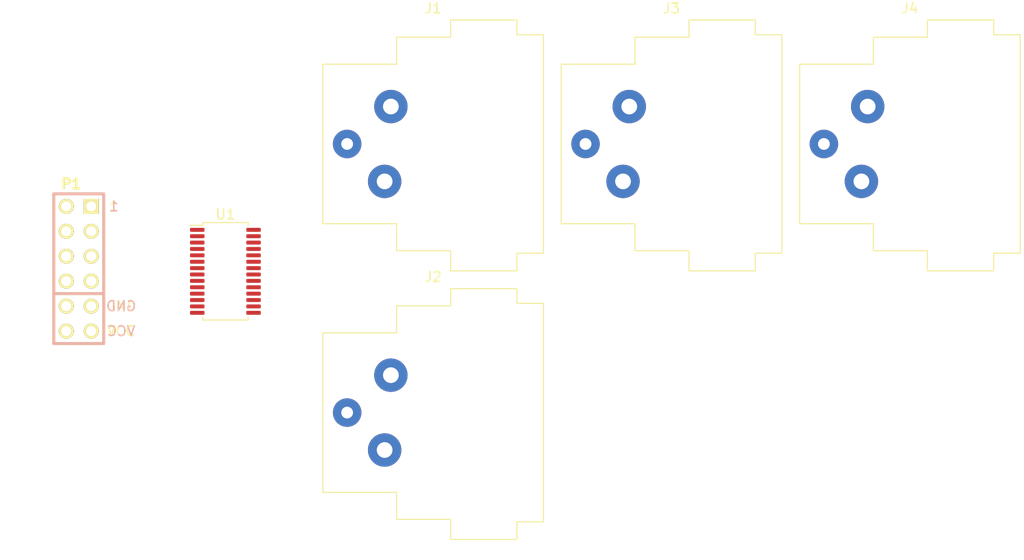
<source format=kicad_pcb>
(kicad_pcb (version 20171130) (host pcbnew "(5.1.6)-1")

  (general
    (thickness 1.6)
    (drawings 0)
    (tracks 0)
    (zones 0)
    (modules 6)
    (nets 34)
  )

  (page A4)
  (layers
    (0 F.Cu signal)
    (31 B.Cu signal)
    (32 B.Adhes user)
    (33 F.Adhes user)
    (34 B.Paste user)
    (35 F.Paste user)
    (36 B.SilkS user)
    (37 F.SilkS user)
    (38 B.Mask user)
    (39 F.Mask user)
    (40 Dwgs.User user)
    (41 Cmts.User user)
    (42 Eco1.User user)
    (43 Eco2.User user)
    (44 Edge.Cuts user)
    (45 Margin user)
    (46 B.CrtYd user)
    (47 F.CrtYd user)
    (48 B.Fab user)
    (49 F.Fab user)
  )

  (setup
    (last_trace_width 0.25)
    (trace_clearance 0.2)
    (zone_clearance 0.508)
    (zone_45_only no)
    (trace_min 0.2)
    (via_size 0.8)
    (via_drill 0.4)
    (via_min_size 0.4)
    (via_min_drill 0.3)
    (uvia_size 0.3)
    (uvia_drill 0.1)
    (uvias_allowed no)
    (uvia_min_size 0.2)
    (uvia_min_drill 0.1)
    (edge_width 0.05)
    (segment_width 0.2)
    (pcb_text_width 0.3)
    (pcb_text_size 1.5 1.5)
    (mod_edge_width 0.12)
    (mod_text_size 1 1)
    (mod_text_width 0.15)
    (pad_size 1.524 1.524)
    (pad_drill 0.762)
    (pad_to_mask_clearance 0.05)
    (aux_axis_origin 0 0)
    (visible_elements FFFFFF7F)
    (pcbplotparams
      (layerselection 0x010fc_ffffffff)
      (usegerberextensions false)
      (usegerberattributes true)
      (usegerberadvancedattributes true)
      (creategerberjobfile true)
      (excludeedgelayer true)
      (linewidth 0.100000)
      (plotframeref false)
      (viasonmask false)
      (mode 1)
      (useauxorigin false)
      (hpglpennumber 1)
      (hpglpenspeed 20)
      (hpglpendiameter 15.000000)
      (psnegative false)
      (psa4output false)
      (plotreference true)
      (plotvalue true)
      (plotinvisibletext false)
      (padsonsilk false)
      (subtractmaskfromsilk false)
      (outputformat 1)
      (mirror false)
      (drillshape 1)
      (scaleselection 1)
      (outputdirectory ""))
  )

  (net 0 "")
  (net 1 "Net-(P1-Pad12)")
  (net 2 "Net-(P1-Pad6)")
  (net 3 "Net-(P1-Pad11)")
  (net 4 "Net-(P1-Pad5)")
  (net 5 "Net-(P1-Pad10)")
  (net 6 "Net-(P1-Pad4)")
  (net 7 "Net-(P1-Pad9)")
  (net 8 "Net-(P1-Pad3)")
  (net 9 "Net-(P1-Pad8)")
  (net 10 "Net-(P1-Pad2)")
  (net 11 "Net-(P1-Pad7)")
  (net 12 "Net-(P1-Pad1)")
  (net 13 "Net-(U1-Pad28)")
  (net 14 "Net-(J2-Pad3)")
  (net 15 "Net-(J2-Pad2)")
  (net 16 "Net-(J1-Pad2)")
  (net 17 "Net-(J1-Pad3)")
  (net 18 "Net-(U1-Pad23)")
  (net 19 "Net-(U1-Pad22)")
  (net 20 GNDA)
  (net 21 "Net-(U1-Pad20)")
  (net 22 "Net-(J4-Pad3)")
  (net 23 "Net-(J4-Pad2)")
  (net 24 "Net-(J3-Pad2)")
  (net 25 "Net-(J3-Pad3)")
  (net 26 "Net-(U1-Pad15)")
  (net 27 "Net-(U1-Pad14)")
  (net 28 "Net-(U1-Pad13)")
  (net 29 "Net-(U1-Pad10)")
  (net 30 "Net-(U1-Pad9)")
  (net 31 GND)
  (net 32 "Net-(U1-Pad2)")
  (net 33 "Net-(U1-Pad1)")

  (net_class Default "This is the default net class."
    (clearance 0.2)
    (trace_width 0.25)
    (via_dia 0.8)
    (via_drill 0.4)
    (uvia_dia 0.3)
    (uvia_drill 0.1)
    (add_net GND)
    (add_net GNDA)
    (add_net "Net-(J1-Pad2)")
    (add_net "Net-(J1-Pad3)")
    (add_net "Net-(J2-Pad2)")
    (add_net "Net-(J2-Pad3)")
    (add_net "Net-(J3-Pad2)")
    (add_net "Net-(J3-Pad3)")
    (add_net "Net-(J4-Pad2)")
    (add_net "Net-(J4-Pad3)")
    (add_net "Net-(P1-Pad1)")
    (add_net "Net-(P1-Pad10)")
    (add_net "Net-(P1-Pad11)")
    (add_net "Net-(P1-Pad12)")
    (add_net "Net-(P1-Pad2)")
    (add_net "Net-(P1-Pad3)")
    (add_net "Net-(P1-Pad4)")
    (add_net "Net-(P1-Pad5)")
    (add_net "Net-(P1-Pad6)")
    (add_net "Net-(P1-Pad7)")
    (add_net "Net-(P1-Pad8)")
    (add_net "Net-(P1-Pad9)")
    (add_net "Net-(U1-Pad1)")
    (add_net "Net-(U1-Pad10)")
    (add_net "Net-(U1-Pad13)")
    (add_net "Net-(U1-Pad14)")
    (add_net "Net-(U1-Pad15)")
    (add_net "Net-(U1-Pad2)")
    (add_net "Net-(U1-Pad20)")
    (add_net "Net-(U1-Pad22)")
    (add_net "Net-(U1-Pad23)")
    (add_net "Net-(U1-Pad28)")
    (add_net "Net-(U1-Pad9)")
  )

  (module Connector_Audio:Jack_XLR_Neutrik_NC3FAH_Horizontal (layer F.Cu) (tedit 5E696EF9) (tstamp 5F690089)
    (at 222.49 100.33)
    (descr "A Series, 3 pole female XLR receptacle, grounding: without ground/shell contact, horizontal PCB mount, https://www.neutrik.com/en/product/nc3fah")
    (tags "neutrik xlr a")
    (path /5F68E89F)
    (fp_text reference J4 (at 4.3 -10) (layer F.SilkS)
      (effects (font (size 1 1) (thickness 0.15)))
    )
    (fp_text value XLR3_Ground (at 4.3 18) (layer F.Fab)
      (effects (font (size 1 1) (thickness 0.15)))
    )
    (fp_text user %R (at 10.35 3.81) (layer F.Fab)
      (effects (font (size 1 1) (thickness 0.15)))
    )
    (fp_line (start 15.4 14.81) (end 12.7 14.81) (layer F.Fab) (width 0.1))
    (fp_line (start 15.4 -7.19) (end 15.4 14.81) (layer F.Fab) (width 0.1))
    (fp_line (start 12.7 -7.19) (end 15.4 -7.19) (layer F.Fab) (width 0.1))
    (fp_line (start 6.2 -8.69) (end 12.7 -8.69) (layer F.Fab) (width 0.1))
    (fp_line (start 6.2 16.61) (end 6.2 -8.69) (layer F.Fab) (width 0.1))
    (fp_line (start 12.7 16.61) (end 6.2 16.61) (layer F.Fab) (width 0.1))
    (fp_line (start 12.7 -8.69) (end 12.7 16.61) (layer F.Fab) (width 0.1))
    (fp_line (start 12.7 -8.69) (end 12.7 16.61) (layer Dwgs.User) (width 0.1))
    (fp_line (start 12.82 16.73) (end 6.08 16.73) (layer F.SilkS) (width 0.12))
    (fp_line (start 12.82 -8.81) (end 6.08 -8.81) (layer F.SilkS) (width 0.12))
    (fp_line (start 6.08 -7.06) (end 6.08 -8.81) (layer F.SilkS) (width 0.12))
    (fp_line (start 6.08 16.73) (end 6.08 14.68) (layer F.SilkS) (width 0.12))
    (fp_line (start 12.82 -7.31) (end 15.52 -7.31) (layer F.SilkS) (width 0.12))
    (fp_line (start 12.82 14.93) (end 15.52 14.93) (layer F.SilkS) (width 0.12))
    (fp_line (start 12.82 14.93) (end 12.82 16.73) (layer F.SilkS) (width 0.12))
    (fp_line (start 12.82 -8.81) (end 12.82 -7.31) (layer F.SilkS) (width 0.12))
    (fp_line (start 15.52 -7.31) (end 15.52 14.93) (layer F.SilkS) (width 0.12))
    (fp_line (start 15.9 17.11) (end -7.3 17.11) (layer F.CrtYd) (width 0.05))
    (fp_line (start 15.9 -9.19) (end -7.3 -9.19) (layer F.CrtYd) (width 0.05))
    (fp_line (start -7.3 -9.19) (end -7.3 17.11) (layer F.CrtYd) (width 0.05))
    (fp_line (start 15.9 -9.19) (end 15.9 17.11) (layer F.CrtYd) (width 0.05))
    (fp_line (start 0.58 -4.31) (end -6.92 -4.31) (layer F.SilkS) (width 0.12))
    (fp_line (start 6.2 -6.94) (end 0.7 -6.94) (layer F.Fab) (width 0.1))
    (fp_line (start 0.7 -4.19) (end -6.8 -4.19) (layer F.Fab) (width 0.1))
    (fp_line (start -6.8 -4.19) (end -6.8 11.81) (layer F.Fab) (width 0.1))
    (fp_line (start 6.08 -7.06) (end 0.58 -7.06) (layer F.SilkS) (width 0.12))
    (fp_line (start -6.92 -4.31) (end -6.92 11.93) (layer F.SilkS) (width 0.12))
    (fp_line (start 0.58 -7.06) (end 0.58 -4.31) (layer F.SilkS) (width 0.12))
    (fp_line (start -6.8 11.81) (end 0.7 11.81) (layer F.Fab) (width 0.1))
    (fp_line (start 0.58 11.93) (end -6.92 11.93) (layer F.SilkS) (width 0.12))
    (fp_line (start 0.7 -6.94) (end 0.7 14.56) (layer F.Fab) (width 0.1))
    (fp_line (start 0.58 11.93) (end 0.58 14.68) (layer F.SilkS) (width 0.12))
    (fp_line (start 6.08 14.68) (end 0.58 14.68) (layer F.SilkS) (width 0.12))
    (fp_line (start 0.7 14.56) (end 6.2 14.56) (layer F.Fab) (width 0.1))
    (pad "" np_thru_hole circle (at 3.81 7.62) (size 1.6 1.6) (drill 1.6) (layers *.Cu *.Mask))
    (pad "" np_thru_hole circle (at 8.89 0) (size 1.6 1.6) (drill 1.6) (layers *.Cu *.Mask))
    (pad 3 thru_hole circle (at -4.45 3.81) (size 2.9 2.9) (drill 1.2) (layers *.Cu *.Mask)
      (net 22 "Net-(J4-Pad3)"))
    (pad 2 thru_hole circle (at -0.635 7.62) (size 3.4 3.4) (drill 1.6) (layers *.Cu *.Mask)
      (net 23 "Net-(J4-Pad2)"))
    (pad 1 thru_hole circle (at 0 0) (size 3.4 3.4) (drill 1.6) (layers *.Cu *.Mask)
      (net 20 GNDA))
    (model ${KISYS3DMOD}/Connector_Audio.3dshapes/Jack_XLR_Neutrik_NC3FAH_Horizontal.wrl
      (at (xyz 0 0 0))
      (scale (xyz 1 1 1))
      (rotate (xyz 0 0 0))
    )
  )

  (module Connector_Audio:Jack_XLR_Neutrik_NC3FAH_Horizontal (layer F.Cu) (tedit 5E696EF9) (tstamp 5F69005D)
    (at 198.24 100.33)
    (descr "A Series, 3 pole female XLR receptacle, grounding: without ground/shell contact, horizontal PCB mount, https://www.neutrik.com/en/product/nc3fah")
    (tags "neutrik xlr a")
    (path /5F68E237)
    (fp_text reference J3 (at 4.3 -10) (layer F.SilkS)
      (effects (font (size 1 1) (thickness 0.15)))
    )
    (fp_text value XLR3_Ground (at 4.3 18) (layer F.Fab)
      (effects (font (size 1 1) (thickness 0.15)))
    )
    (fp_text user %R (at 10.35 3.81) (layer F.Fab)
      (effects (font (size 1 1) (thickness 0.15)))
    )
    (fp_line (start 15.4 14.81) (end 12.7 14.81) (layer F.Fab) (width 0.1))
    (fp_line (start 15.4 -7.19) (end 15.4 14.81) (layer F.Fab) (width 0.1))
    (fp_line (start 12.7 -7.19) (end 15.4 -7.19) (layer F.Fab) (width 0.1))
    (fp_line (start 6.2 -8.69) (end 12.7 -8.69) (layer F.Fab) (width 0.1))
    (fp_line (start 6.2 16.61) (end 6.2 -8.69) (layer F.Fab) (width 0.1))
    (fp_line (start 12.7 16.61) (end 6.2 16.61) (layer F.Fab) (width 0.1))
    (fp_line (start 12.7 -8.69) (end 12.7 16.61) (layer F.Fab) (width 0.1))
    (fp_line (start 12.7 -8.69) (end 12.7 16.61) (layer Dwgs.User) (width 0.1))
    (fp_line (start 12.82 16.73) (end 6.08 16.73) (layer F.SilkS) (width 0.12))
    (fp_line (start 12.82 -8.81) (end 6.08 -8.81) (layer F.SilkS) (width 0.12))
    (fp_line (start 6.08 -7.06) (end 6.08 -8.81) (layer F.SilkS) (width 0.12))
    (fp_line (start 6.08 16.73) (end 6.08 14.68) (layer F.SilkS) (width 0.12))
    (fp_line (start 12.82 -7.31) (end 15.52 -7.31) (layer F.SilkS) (width 0.12))
    (fp_line (start 12.82 14.93) (end 15.52 14.93) (layer F.SilkS) (width 0.12))
    (fp_line (start 12.82 14.93) (end 12.82 16.73) (layer F.SilkS) (width 0.12))
    (fp_line (start 12.82 -8.81) (end 12.82 -7.31) (layer F.SilkS) (width 0.12))
    (fp_line (start 15.52 -7.31) (end 15.52 14.93) (layer F.SilkS) (width 0.12))
    (fp_line (start 15.9 17.11) (end -7.3 17.11) (layer F.CrtYd) (width 0.05))
    (fp_line (start 15.9 -9.19) (end -7.3 -9.19) (layer F.CrtYd) (width 0.05))
    (fp_line (start -7.3 -9.19) (end -7.3 17.11) (layer F.CrtYd) (width 0.05))
    (fp_line (start 15.9 -9.19) (end 15.9 17.11) (layer F.CrtYd) (width 0.05))
    (fp_line (start 0.58 -4.31) (end -6.92 -4.31) (layer F.SilkS) (width 0.12))
    (fp_line (start 6.2 -6.94) (end 0.7 -6.94) (layer F.Fab) (width 0.1))
    (fp_line (start 0.7 -4.19) (end -6.8 -4.19) (layer F.Fab) (width 0.1))
    (fp_line (start -6.8 -4.19) (end -6.8 11.81) (layer F.Fab) (width 0.1))
    (fp_line (start 6.08 -7.06) (end 0.58 -7.06) (layer F.SilkS) (width 0.12))
    (fp_line (start -6.92 -4.31) (end -6.92 11.93) (layer F.SilkS) (width 0.12))
    (fp_line (start 0.58 -7.06) (end 0.58 -4.31) (layer F.SilkS) (width 0.12))
    (fp_line (start -6.8 11.81) (end 0.7 11.81) (layer F.Fab) (width 0.1))
    (fp_line (start 0.58 11.93) (end -6.92 11.93) (layer F.SilkS) (width 0.12))
    (fp_line (start 0.7 -6.94) (end 0.7 14.56) (layer F.Fab) (width 0.1))
    (fp_line (start 0.58 11.93) (end 0.58 14.68) (layer F.SilkS) (width 0.12))
    (fp_line (start 6.08 14.68) (end 0.58 14.68) (layer F.SilkS) (width 0.12))
    (fp_line (start 0.7 14.56) (end 6.2 14.56) (layer F.Fab) (width 0.1))
    (pad "" np_thru_hole circle (at 3.81 7.62) (size 1.6 1.6) (drill 1.6) (layers *.Cu *.Mask))
    (pad "" np_thru_hole circle (at 8.89 0) (size 1.6 1.6) (drill 1.6) (layers *.Cu *.Mask))
    (pad 3 thru_hole circle (at -4.45 3.81) (size 2.9 2.9) (drill 1.2) (layers *.Cu *.Mask)
      (net 25 "Net-(J3-Pad3)"))
    (pad 2 thru_hole circle (at -0.635 7.62) (size 3.4 3.4) (drill 1.6) (layers *.Cu *.Mask)
      (net 24 "Net-(J3-Pad2)"))
    (pad 1 thru_hole circle (at 0 0) (size 3.4 3.4) (drill 1.6) (layers *.Cu *.Mask)
      (net 20 GNDA))
    (model ${KISYS3DMOD}/Connector_Audio.3dshapes/Jack_XLR_Neutrik_NC3FAH_Horizontal.wrl
      (at (xyz 0 0 0))
      (scale (xyz 1 1 1))
      (rotate (xyz 0 0 0))
    )
  )

  (module Connector_Audio:Jack_XLR_Neutrik_NC3FAH_Horizontal (layer F.Cu) (tedit 5E696EF9) (tstamp 5F690031)
    (at 173.99 127.68)
    (descr "A Series, 3 pole female XLR receptacle, grounding: without ground/shell contact, horizontal PCB mount, https://www.neutrik.com/en/product/nc3fah")
    (tags "neutrik xlr a")
    (path /5F68DB88)
    (fp_text reference J2 (at 4.3 -10) (layer F.SilkS)
      (effects (font (size 1 1) (thickness 0.15)))
    )
    (fp_text value XLR3_Ground (at 4.3 18) (layer F.Fab)
      (effects (font (size 1 1) (thickness 0.15)))
    )
    (fp_text user %R (at 10.35 3.81) (layer F.Fab)
      (effects (font (size 1 1) (thickness 0.15)))
    )
    (fp_line (start 15.4 14.81) (end 12.7 14.81) (layer F.Fab) (width 0.1))
    (fp_line (start 15.4 -7.19) (end 15.4 14.81) (layer F.Fab) (width 0.1))
    (fp_line (start 12.7 -7.19) (end 15.4 -7.19) (layer F.Fab) (width 0.1))
    (fp_line (start 6.2 -8.69) (end 12.7 -8.69) (layer F.Fab) (width 0.1))
    (fp_line (start 6.2 16.61) (end 6.2 -8.69) (layer F.Fab) (width 0.1))
    (fp_line (start 12.7 16.61) (end 6.2 16.61) (layer F.Fab) (width 0.1))
    (fp_line (start 12.7 -8.69) (end 12.7 16.61) (layer F.Fab) (width 0.1))
    (fp_line (start 12.7 -8.69) (end 12.7 16.61) (layer Dwgs.User) (width 0.1))
    (fp_line (start 12.82 16.73) (end 6.08 16.73) (layer F.SilkS) (width 0.12))
    (fp_line (start 12.82 -8.81) (end 6.08 -8.81) (layer F.SilkS) (width 0.12))
    (fp_line (start 6.08 -7.06) (end 6.08 -8.81) (layer F.SilkS) (width 0.12))
    (fp_line (start 6.08 16.73) (end 6.08 14.68) (layer F.SilkS) (width 0.12))
    (fp_line (start 12.82 -7.31) (end 15.52 -7.31) (layer F.SilkS) (width 0.12))
    (fp_line (start 12.82 14.93) (end 15.52 14.93) (layer F.SilkS) (width 0.12))
    (fp_line (start 12.82 14.93) (end 12.82 16.73) (layer F.SilkS) (width 0.12))
    (fp_line (start 12.82 -8.81) (end 12.82 -7.31) (layer F.SilkS) (width 0.12))
    (fp_line (start 15.52 -7.31) (end 15.52 14.93) (layer F.SilkS) (width 0.12))
    (fp_line (start 15.9 17.11) (end -7.3 17.11) (layer F.CrtYd) (width 0.05))
    (fp_line (start 15.9 -9.19) (end -7.3 -9.19) (layer F.CrtYd) (width 0.05))
    (fp_line (start -7.3 -9.19) (end -7.3 17.11) (layer F.CrtYd) (width 0.05))
    (fp_line (start 15.9 -9.19) (end 15.9 17.11) (layer F.CrtYd) (width 0.05))
    (fp_line (start 0.58 -4.31) (end -6.92 -4.31) (layer F.SilkS) (width 0.12))
    (fp_line (start 6.2 -6.94) (end 0.7 -6.94) (layer F.Fab) (width 0.1))
    (fp_line (start 0.7 -4.19) (end -6.8 -4.19) (layer F.Fab) (width 0.1))
    (fp_line (start -6.8 -4.19) (end -6.8 11.81) (layer F.Fab) (width 0.1))
    (fp_line (start 6.08 -7.06) (end 0.58 -7.06) (layer F.SilkS) (width 0.12))
    (fp_line (start -6.92 -4.31) (end -6.92 11.93) (layer F.SilkS) (width 0.12))
    (fp_line (start 0.58 -7.06) (end 0.58 -4.31) (layer F.SilkS) (width 0.12))
    (fp_line (start -6.8 11.81) (end 0.7 11.81) (layer F.Fab) (width 0.1))
    (fp_line (start 0.58 11.93) (end -6.92 11.93) (layer F.SilkS) (width 0.12))
    (fp_line (start 0.7 -6.94) (end 0.7 14.56) (layer F.Fab) (width 0.1))
    (fp_line (start 0.58 11.93) (end 0.58 14.68) (layer F.SilkS) (width 0.12))
    (fp_line (start 6.08 14.68) (end 0.58 14.68) (layer F.SilkS) (width 0.12))
    (fp_line (start 0.7 14.56) (end 6.2 14.56) (layer F.Fab) (width 0.1))
    (pad "" np_thru_hole circle (at 3.81 7.62) (size 1.6 1.6) (drill 1.6) (layers *.Cu *.Mask))
    (pad "" np_thru_hole circle (at 8.89 0) (size 1.6 1.6) (drill 1.6) (layers *.Cu *.Mask))
    (pad 3 thru_hole circle (at -4.45 3.81) (size 2.9 2.9) (drill 1.2) (layers *.Cu *.Mask)
      (net 14 "Net-(J2-Pad3)"))
    (pad 2 thru_hole circle (at -0.635 7.62) (size 3.4 3.4) (drill 1.6) (layers *.Cu *.Mask)
      (net 15 "Net-(J2-Pad2)"))
    (pad 1 thru_hole circle (at 0 0) (size 3.4 3.4) (drill 1.6) (layers *.Cu *.Mask)
      (net 20 GNDA))
    (model ${KISYS3DMOD}/Connector_Audio.3dshapes/Jack_XLR_Neutrik_NC3FAH_Horizontal.wrl
      (at (xyz 0 0 0))
      (scale (xyz 1 1 1))
      (rotate (xyz 0 0 0))
    )
  )

  (module Connector_Audio:Jack_XLR_Neutrik_NC3FAH_Horizontal (layer F.Cu) (tedit 5E696EF9) (tstamp 5F690005)
    (at 173.99 100.33)
    (descr "A Series, 3 pole female XLR receptacle, grounding: without ground/shell contact, horizontal PCB mount, https://www.neutrik.com/en/product/nc3fah")
    (tags "neutrik xlr a")
    (path /5F68C623)
    (fp_text reference J1 (at 4.3 -10) (layer F.SilkS)
      (effects (font (size 1 1) (thickness 0.15)))
    )
    (fp_text value XLR3_Ground (at 4.3 18) (layer F.Fab)
      (effects (font (size 1 1) (thickness 0.15)))
    )
    (fp_text user %R (at 10.35 3.81) (layer F.Fab)
      (effects (font (size 1 1) (thickness 0.15)))
    )
    (fp_line (start 15.4 14.81) (end 12.7 14.81) (layer F.Fab) (width 0.1))
    (fp_line (start 15.4 -7.19) (end 15.4 14.81) (layer F.Fab) (width 0.1))
    (fp_line (start 12.7 -7.19) (end 15.4 -7.19) (layer F.Fab) (width 0.1))
    (fp_line (start 6.2 -8.69) (end 12.7 -8.69) (layer F.Fab) (width 0.1))
    (fp_line (start 6.2 16.61) (end 6.2 -8.69) (layer F.Fab) (width 0.1))
    (fp_line (start 12.7 16.61) (end 6.2 16.61) (layer F.Fab) (width 0.1))
    (fp_line (start 12.7 -8.69) (end 12.7 16.61) (layer F.Fab) (width 0.1))
    (fp_line (start 12.7 -8.69) (end 12.7 16.61) (layer Dwgs.User) (width 0.1))
    (fp_line (start 12.82 16.73) (end 6.08 16.73) (layer F.SilkS) (width 0.12))
    (fp_line (start 12.82 -8.81) (end 6.08 -8.81) (layer F.SilkS) (width 0.12))
    (fp_line (start 6.08 -7.06) (end 6.08 -8.81) (layer F.SilkS) (width 0.12))
    (fp_line (start 6.08 16.73) (end 6.08 14.68) (layer F.SilkS) (width 0.12))
    (fp_line (start 12.82 -7.31) (end 15.52 -7.31) (layer F.SilkS) (width 0.12))
    (fp_line (start 12.82 14.93) (end 15.52 14.93) (layer F.SilkS) (width 0.12))
    (fp_line (start 12.82 14.93) (end 12.82 16.73) (layer F.SilkS) (width 0.12))
    (fp_line (start 12.82 -8.81) (end 12.82 -7.31) (layer F.SilkS) (width 0.12))
    (fp_line (start 15.52 -7.31) (end 15.52 14.93) (layer F.SilkS) (width 0.12))
    (fp_line (start 15.9 17.11) (end -7.3 17.11) (layer F.CrtYd) (width 0.05))
    (fp_line (start 15.9 -9.19) (end -7.3 -9.19) (layer F.CrtYd) (width 0.05))
    (fp_line (start -7.3 -9.19) (end -7.3 17.11) (layer F.CrtYd) (width 0.05))
    (fp_line (start 15.9 -9.19) (end 15.9 17.11) (layer F.CrtYd) (width 0.05))
    (fp_line (start 0.58 -4.31) (end -6.92 -4.31) (layer F.SilkS) (width 0.12))
    (fp_line (start 6.2 -6.94) (end 0.7 -6.94) (layer F.Fab) (width 0.1))
    (fp_line (start 0.7 -4.19) (end -6.8 -4.19) (layer F.Fab) (width 0.1))
    (fp_line (start -6.8 -4.19) (end -6.8 11.81) (layer F.Fab) (width 0.1))
    (fp_line (start 6.08 -7.06) (end 0.58 -7.06) (layer F.SilkS) (width 0.12))
    (fp_line (start -6.92 -4.31) (end -6.92 11.93) (layer F.SilkS) (width 0.12))
    (fp_line (start 0.58 -7.06) (end 0.58 -4.31) (layer F.SilkS) (width 0.12))
    (fp_line (start -6.8 11.81) (end 0.7 11.81) (layer F.Fab) (width 0.1))
    (fp_line (start 0.58 11.93) (end -6.92 11.93) (layer F.SilkS) (width 0.12))
    (fp_line (start 0.7 -6.94) (end 0.7 14.56) (layer F.Fab) (width 0.1))
    (fp_line (start 0.58 11.93) (end 0.58 14.68) (layer F.SilkS) (width 0.12))
    (fp_line (start 6.08 14.68) (end 0.58 14.68) (layer F.SilkS) (width 0.12))
    (fp_line (start 0.7 14.56) (end 6.2 14.56) (layer F.Fab) (width 0.1))
    (pad "" np_thru_hole circle (at 3.81 7.62) (size 1.6 1.6) (drill 1.6) (layers *.Cu *.Mask))
    (pad "" np_thru_hole circle (at 8.89 0) (size 1.6 1.6) (drill 1.6) (layers *.Cu *.Mask))
    (pad 3 thru_hole circle (at -4.45 3.81) (size 2.9 2.9) (drill 1.2) (layers *.Cu *.Mask)
      (net 17 "Net-(J1-Pad3)"))
    (pad 2 thru_hole circle (at -0.635 7.62) (size 3.4 3.4) (drill 1.6) (layers *.Cu *.Mask)
      (net 16 "Net-(J1-Pad2)"))
    (pad 1 thru_hole circle (at 0 0) (size 3.4 3.4) (drill 1.6) (layers *.Cu *.Mask)
      (net 20 GNDA))
    (model ${KISYS3DMOD}/Connector_Audio.3dshapes/Jack_XLR_Neutrik_NC3FAH_Horizontal.wrl
      (at (xyz 0 0 0))
      (scale (xyz 1 1 1))
      (rotate (xyz 0 0 0))
    )
  )

  (module Package_SO:TSSOP-28_4.4x9.7mm_P0.65mm (layer F.Cu) (tedit 5E476F32) (tstamp 5F68A2E9)
    (at 157.1575 117.105)
    (descr "TSSOP, 28 Pin (JEDEC MO-153 Var AE https://www.jedec.org/document_search?search_api_views_fulltext=MO-153), generated with kicad-footprint-generator ipc_gullwing_generator.py")
    (tags "TSSOP SO")
    (path /5F68AA6A)
    (attr smd)
    (fp_text reference U1 (at 0 -5.8) (layer F.SilkS)
      (effects (font (size 1 1) (thickness 0.15)))
    )
    (fp_text value CS4272 (at 0 5.8) (layer F.Fab)
      (effects (font (size 1 1) (thickness 0.15)))
    )
    (fp_text user %R (at 0 0) (layer F.Fab)
      (effects (font (size 1 1) (thickness 0.15)))
    )
    (fp_line (start 0 4.96) (end 2.31 4.96) (layer F.SilkS) (width 0.12))
    (fp_line (start 2.31 4.96) (end 2.31 4.685) (layer F.SilkS) (width 0.12))
    (fp_line (start 0 4.96) (end -2.31 4.96) (layer F.SilkS) (width 0.12))
    (fp_line (start -2.31 4.96) (end -2.31 4.685) (layer F.SilkS) (width 0.12))
    (fp_line (start 0 -4.96) (end 2.31 -4.96) (layer F.SilkS) (width 0.12))
    (fp_line (start 2.31 -4.96) (end 2.31 -4.685) (layer F.SilkS) (width 0.12))
    (fp_line (start 0 -4.96) (end -2.31 -4.96) (layer F.SilkS) (width 0.12))
    (fp_line (start -2.31 -4.96) (end -2.31 -4.685) (layer F.SilkS) (width 0.12))
    (fp_line (start -2.31 -4.685) (end -3.6 -4.685) (layer F.SilkS) (width 0.12))
    (fp_line (start -1.2 -4.85) (end 2.2 -4.85) (layer F.Fab) (width 0.1))
    (fp_line (start 2.2 -4.85) (end 2.2 4.85) (layer F.Fab) (width 0.1))
    (fp_line (start 2.2 4.85) (end -2.2 4.85) (layer F.Fab) (width 0.1))
    (fp_line (start -2.2 4.85) (end -2.2 -3.85) (layer F.Fab) (width 0.1))
    (fp_line (start -2.2 -3.85) (end -1.2 -4.85) (layer F.Fab) (width 0.1))
    (fp_line (start -3.85 -5.1) (end -3.85 5.1) (layer F.CrtYd) (width 0.05))
    (fp_line (start -3.85 5.1) (end 3.85 5.1) (layer F.CrtYd) (width 0.05))
    (fp_line (start 3.85 5.1) (end 3.85 -5.1) (layer F.CrtYd) (width 0.05))
    (fp_line (start 3.85 -5.1) (end -3.85 -5.1) (layer F.CrtYd) (width 0.05))
    (pad 28 smd roundrect (at 2.8625 -4.225) (size 1.475 0.4) (layers F.Cu F.Paste F.Mask) (roundrect_rratio 0.25)
      (net 13 "Net-(U1-Pad28)"))
    (pad 27 smd roundrect (at 2.8625 -3.575) (size 1.475 0.4) (layers F.Cu F.Paste F.Mask) (roundrect_rratio 0.25)
      (net 14 "Net-(J2-Pad3)"))
    (pad 26 smd roundrect (at 2.8625 -2.925) (size 1.475 0.4) (layers F.Cu F.Paste F.Mask) (roundrect_rratio 0.25)
      (net 15 "Net-(J2-Pad2)"))
    (pad 25 smd roundrect (at 2.8625 -2.275) (size 1.475 0.4) (layers F.Cu F.Paste F.Mask) (roundrect_rratio 0.25)
      (net 16 "Net-(J1-Pad2)"))
    (pad 24 smd roundrect (at 2.8625 -1.625) (size 1.475 0.4) (layers F.Cu F.Paste F.Mask) (roundrect_rratio 0.25)
      (net 17 "Net-(J1-Pad3)"))
    (pad 23 smd roundrect (at 2.8625 -0.975) (size 1.475 0.4) (layers F.Cu F.Paste F.Mask) (roundrect_rratio 0.25)
      (net 18 "Net-(U1-Pad23)"))
    (pad 22 smd roundrect (at 2.8625 -0.325) (size 1.475 0.4) (layers F.Cu F.Paste F.Mask) (roundrect_rratio 0.25)
      (net 19 "Net-(U1-Pad22)"))
    (pad 21 smd roundrect (at 2.8625 0.325) (size 1.475 0.4) (layers F.Cu F.Paste F.Mask) (roundrect_rratio 0.25)
      (net 20 GNDA))
    (pad 20 smd roundrect (at 2.8625 0.975) (size 1.475 0.4) (layers F.Cu F.Paste F.Mask) (roundrect_rratio 0.25)
      (net 21 "Net-(U1-Pad20)"))
    (pad 19 smd roundrect (at 2.8625 1.625) (size 1.475 0.4) (layers F.Cu F.Paste F.Mask) (roundrect_rratio 0.25)
      (net 22 "Net-(J4-Pad3)"))
    (pad 18 smd roundrect (at 2.8625 2.275) (size 1.475 0.4) (layers F.Cu F.Paste F.Mask) (roundrect_rratio 0.25)
      (net 23 "Net-(J4-Pad2)"))
    (pad 17 smd roundrect (at 2.8625 2.925) (size 1.475 0.4) (layers F.Cu F.Paste F.Mask) (roundrect_rratio 0.25)
      (net 24 "Net-(J3-Pad2)"))
    (pad 16 smd roundrect (at 2.8625 3.575) (size 1.475 0.4) (layers F.Cu F.Paste F.Mask) (roundrect_rratio 0.25)
      (net 25 "Net-(J3-Pad3)"))
    (pad 15 smd roundrect (at 2.8625 4.225) (size 1.475 0.4) (layers F.Cu F.Paste F.Mask) (roundrect_rratio 0.25)
      (net 26 "Net-(U1-Pad15)"))
    (pad 14 smd roundrect (at -2.8625 4.225) (size 1.475 0.4) (layers F.Cu F.Paste F.Mask) (roundrect_rratio 0.25)
      (net 27 "Net-(U1-Pad14)"))
    (pad 13 smd roundrect (at -2.8625 3.575) (size 1.475 0.4) (layers F.Cu F.Paste F.Mask) (roundrect_rratio 0.25)
      (net 28 "Net-(U1-Pad13)"))
    (pad 12 smd roundrect (at -2.8625 2.925) (size 1.475 0.4) (layers F.Cu F.Paste F.Mask) (roundrect_rratio 0.25)
      (net 8 "Net-(P1-Pad3)"))
    (pad 11 smd roundrect (at -2.8625 2.275) (size 1.475 0.4) (layers F.Cu F.Paste F.Mask) (roundrect_rratio 0.25)
      (net 4 "Net-(P1-Pad5)"))
    (pad 10 smd roundrect (at -2.8625 1.625) (size 1.475 0.4) (layers F.Cu F.Paste F.Mask) (roundrect_rratio 0.25)
      (net 29 "Net-(U1-Pad10)"))
    (pad 9 smd roundrect (at -2.8625 0.975) (size 1.475 0.4) (layers F.Cu F.Paste F.Mask) (roundrect_rratio 0.25)
      (net 30 "Net-(U1-Pad9)"))
    (pad 8 smd roundrect (at -2.8625 0.325) (size 1.475 0.4) (layers F.Cu F.Paste F.Mask) (roundrect_rratio 0.25)
      (net 31 GND))
    (pad 7 smd roundrect (at -2.8625 -0.325) (size 1.475 0.4) (layers F.Cu F.Paste F.Mask) (roundrect_rratio 0.25)
      (net 11 "Net-(P1-Pad7)"))
    (pad 6 smd roundrect (at -2.8625 -0.975) (size 1.475 0.4) (layers F.Cu F.Paste F.Mask) (roundrect_rratio 0.25)
      (net 9 "Net-(P1-Pad8)"))
    (pad 5 smd roundrect (at -2.8625 -1.625) (size 1.475 0.4) (layers F.Cu F.Paste F.Mask) (roundrect_rratio 0.25)
      (net 2 "Net-(P1-Pad6)"))
    (pad 4 smd roundrect (at -2.8625 -2.275) (size 1.475 0.4) (layers F.Cu F.Paste F.Mask) (roundrect_rratio 0.25)
      (net 6 "Net-(P1-Pad4)"))
    (pad 3 smd roundrect (at -2.8625 -2.925) (size 1.475 0.4) (layers F.Cu F.Paste F.Mask) (roundrect_rratio 0.25)
      (net 10 "Net-(P1-Pad2)"))
    (pad 2 smd roundrect (at -2.8625 -3.575) (size 1.475 0.4) (layers F.Cu F.Paste F.Mask) (roundrect_rratio 0.25)
      (net 32 "Net-(U1-Pad2)"))
    (pad 1 smd roundrect (at -2.8625 -4.225) (size 1.475 0.4) (layers F.Cu F.Paste F.Mask) (roundrect_rratio 0.25)
      (net 33 "Net-(U1-Pad1)"))
    (model ${KISYS3DMOD}/Package_SO.3dshapes/TSSOP-28_4.4x9.7mm_P0.65mm.wrl
      (at (xyz 0 0 0))
      (scale (xyz 1 1 1))
      (rotate (xyz 0 0 0))
    )
  )

  (module pmod-conn_6x2:pmod_pin_array_6x2 (layer F.Cu) (tedit 58033DCE) (tstamp 5F68A2B6)
    (at 142.24 116.84)
    (descr "QMOD Pin Header 2 x 6 pins")
    (tags CONN)
    (path /5F69132F)
    (fp_text reference P1 (at -0.762 -8.636) (layer F.SilkS)
      (effects (font (size 1.016 1.016) (thickness 0.254)))
    )
    (fp_text value QMOD-Device-x2-Type-Generic-Alt (at -3.5 0 90) (layer Dwgs.User) hide
      (effects (font (size 1.016 1.016) (thickness 0.2032)))
    )
    (fp_text user "Board Edge" (at -5.25 9.5 90) (layer Dwgs.User)
      (effects (font (size 0.127 0.127) (thickness 0.03175)))
    )
    (fp_text user 0.20" (at -2.5 8.5 180) (layer Dwgs.User)
      (effects (font (size 0.5 0.5) (thickness 0.125)))
    )
    (fp_text user 0.4" (at -6.25 4.75 90) (layer Dwgs.User)
      (effects (font (size 0.5 0.5) (thickness 0.125)))
    )
    (fp_text user 0.45" (at -7.5 4.75 90) (layer Dwgs.User)
      (effects (font (size 0.5 0.5) (thickness 0.125)))
    )
    (fp_text user 1 (at 3.556 -6.35) (layer F.SilkS)
      (effects (font (size 1 1) (thickness 0.15)))
    )
    (fp_text user GND (at 4.318 3.81) (layer F.SilkS)
      (effects (font (size 1 1) (thickness 0.15)))
    )
    (fp_text user VCC (at 4.318 6.35) (layer F.SilkS)
      (effects (font (size 1 1) (thickness 0.15)))
    )
    (fp_text user VCC (at 4.318 6.35) (layer B.SilkS)
      (effects (font (size 1 1) (thickness 0.15)) (justify mirror))
    )
    (fp_text user GND (at 4.318 3.81) (layer B.SilkS)
      (effects (font (size 1 1) (thickness 0.15)) (justify mirror))
    )
    (fp_text user 1 (at 3.556 -6.35) (layer B.SilkS)
      (effects (font (size 1 1) (thickness 0.15)) (justify mirror))
    )
    (fp_line (start 2.54 2.54) (end -2.54 2.54) (layer F.SilkS) (width 0.3048))
    (fp_line (start 2.54 2.54) (end -2.54 2.54) (layer B.SilkS) (width 0.3048))
    (fp_line (start 2.54 -7.62) (end -2.54 -7.62) (layer B.SilkS) (width 0.3048))
    (fp_line (start 2.54 7.62) (end 2.54 -7.62) (layer B.SilkS) (width 0.3048))
    (fp_line (start -2.54 7.62) (end 2.54 7.62) (layer B.SilkS) (width 0.3048))
    (fp_line (start -2.54 -7.62) (end -2.54 7.62) (layer B.SilkS) (width 0.3048))
    (fp_line (start -6.985 11.43) (end -6.604 11.049) (layer Dwgs.User) (width 0.05))
    (fp_line (start -6.985 11.43) (end -7.366 11.049) (layer Dwgs.User) (width 0.05))
    (fp_line (start -6.604 0.381) (end -6.985 0) (layer Dwgs.User) (width 0.05))
    (fp_line (start -6.985 0) (end -7.366 0.381) (layer Dwgs.User) (width 0.05))
    (fp_line (start -6.985 0) (end -6.985 11.43) (layer Dwgs.User) (width 0.05))
    (fp_line (start 2.54 -11.43) (end 3.175 -11.43) (layer Dwgs.User) (width 0.05))
    (fp_line (start 1.27 -11.43) (end 1.905 -11.43) (layer Dwgs.User) (width 0.05))
    (fp_line (start 1.27 11.43) (end 1.905 11.43) (layer Dwgs.User) (width 0.05))
    (fp_line (start 0 11.43) (end 0.635 11.43) (layer Dwgs.User) (width 0.05))
    (fp_line (start -1.27 11.43) (end -0.635 11.43) (layer Dwgs.User) (width 0.05))
    (fp_line (start -2.54 11.43) (end -1.905 11.43) (layer Dwgs.User) (width 0.05))
    (fp_line (start -3.81 11.43) (end -3.175 11.43) (layer Dwgs.User) (width 0.05))
    (fp_line (start -5.08 11.43) (end -4.445 11.43) (layer Dwgs.User) (width 0.05))
    (fp_line (start 0 -11.43) (end 0.635 -11.43) (layer Dwgs.User) (width 0.05))
    (fp_line (start -1.27 -11.43) (end -0.635 -11.43) (layer Dwgs.User) (width 0.05))
    (fp_line (start -2.54 -11.43) (end -1.905 -11.43) (layer Dwgs.User) (width 0.05))
    (fp_line (start -3.81 -11.43) (end -3.175 -11.43) (layer Dwgs.User) (width 0.05))
    (fp_line (start -5.08 -11.43) (end -4.445 -11.43) (layer Dwgs.User) (width 0.05))
    (fp_line (start -5.842 10.16) (end -6.223 9.779) (layer Dwgs.User) (width 0.05))
    (fp_line (start -5.842 0) (end -5.842 10.16) (layer Dwgs.User) (width 0.05))
    (fp_line (start -5.842 10.16) (end -5.461 9.779) (layer Dwgs.User) (width 0.05))
    (fp_line (start -5.842 0) (end -5.461 0.381) (layer Dwgs.User) (width 0.05))
    (fp_line (start -5.842 0) (end -6.223 0.381) (layer Dwgs.User) (width 0.05))
    (fp_line (start -5.08 8.89) (end -4.826 9.144) (layer Dwgs.User) (width 0.05))
    (fp_line (start 0 8.89) (end -5.08 8.89) (layer Dwgs.User) (width 0.05))
    (fp_line (start -5.08 8.89) (end -4.826 8.636) (layer Dwgs.User) (width 0.05))
    (fp_line (start -0.254 8.636) (end 0 8.89) (layer Dwgs.User) (width 0.05))
    (fp_line (start 0 8.89) (end -0.254 9.144) (layer Dwgs.User) (width 0.05))
    (fp_line (start 0 -10.16) (end -5.08 -10.16) (layer Dwgs.User) (width 0.05))
    (fp_line (start 0 10.16) (end -5.08 10.16) (layer Dwgs.User) (width 0.05))
    (fp_line (start -5.08 10.16) (end -5.08 -10.16) (layer Dwgs.User) (width 0.05))
    (fp_line (start -2.54 -7.62) (end -2.54 7.62) (layer F.SilkS) (width 0.3048))
    (fp_line (start -2.54 7.62) (end 2.54 7.62) (layer F.SilkS) (width 0.3048))
    (fp_line (start 2.54 7.62) (end 2.54 -7.62) (layer F.SilkS) (width 0.3048))
    (fp_line (start 2.54 -7.62) (end -2.54 -7.62) (layer F.SilkS) (width 0.3048))
    (pad 12 thru_hole circle (at -1.27 6.35 270) (size 1.524 1.524) (drill 1.016) (layers *.Cu *.Mask F.SilkS)
      (net 1 "Net-(P1-Pad12)"))
    (pad 6 thru_hole circle (at 1.27 6.35 270) (size 1.524 1.524) (drill 1.016) (layers *.Cu *.Mask F.SilkS)
      (net 2 "Net-(P1-Pad6)"))
    (pad 11 thru_hole circle (at -1.27 3.81 270) (size 1.524 1.524) (drill 1.016) (layers *.Cu *.Mask F.SilkS)
      (net 3 "Net-(P1-Pad11)"))
    (pad 5 thru_hole circle (at 1.27 3.81 270) (size 1.524 1.524) (drill 1.016) (layers *.Cu *.Mask F.SilkS)
      (net 4 "Net-(P1-Pad5)"))
    (pad 10 thru_hole circle (at -1.27 1.27 270) (size 1.524 1.524) (drill 1.016) (layers *.Cu *.Mask F.SilkS)
      (net 5 "Net-(P1-Pad10)"))
    (pad 4 thru_hole circle (at 1.27 1.27 270) (size 1.524 1.524) (drill 1.016) (layers *.Cu *.Mask F.SilkS)
      (net 6 "Net-(P1-Pad4)"))
    (pad 9 thru_hole circle (at -1.27 -1.27 270) (size 1.524 1.524) (drill 1.016) (layers *.Cu *.Mask F.SilkS)
      (net 7 "Net-(P1-Pad9)"))
    (pad 3 thru_hole circle (at 1.27 -1.27 270) (size 1.524 1.524) (drill 1.016) (layers *.Cu *.Mask F.SilkS)
      (net 8 "Net-(P1-Pad3)"))
    (pad 8 thru_hole circle (at -1.27 -3.81 270) (size 1.524 1.524) (drill 1.016) (layers *.Cu *.Mask F.SilkS)
      (net 9 "Net-(P1-Pad8)"))
    (pad 2 thru_hole circle (at 1.27 -3.81 270) (size 1.524 1.524) (drill 1.016) (layers *.Cu *.Mask F.SilkS)
      (net 10 "Net-(P1-Pad2)"))
    (pad 7 thru_hole circle (at -1.27 -6.35 270) (size 1.524 1.524) (drill 1.016) (layers *.Cu *.Mask F.SilkS)
      (net 11 "Net-(P1-Pad7)"))
    (pad 1 thru_hole rect (at 1.27 -6.35) (size 1.524 1.524) (drill 1.016) (layers *.Cu *.Mask F.SilkS)
      (net 12 "Net-(P1-Pad1)"))
    (model /usr/share/kicad/modules/packages3d/Socket_Strips.3dshapes/Socket_Strip_Angled_2x06.wrl
      (offset (xyz 0 5.079999923706055 0))
      (scale (xyz 1 1 1))
      (rotate (xyz 0 0 180))
    )
  )

)

</source>
